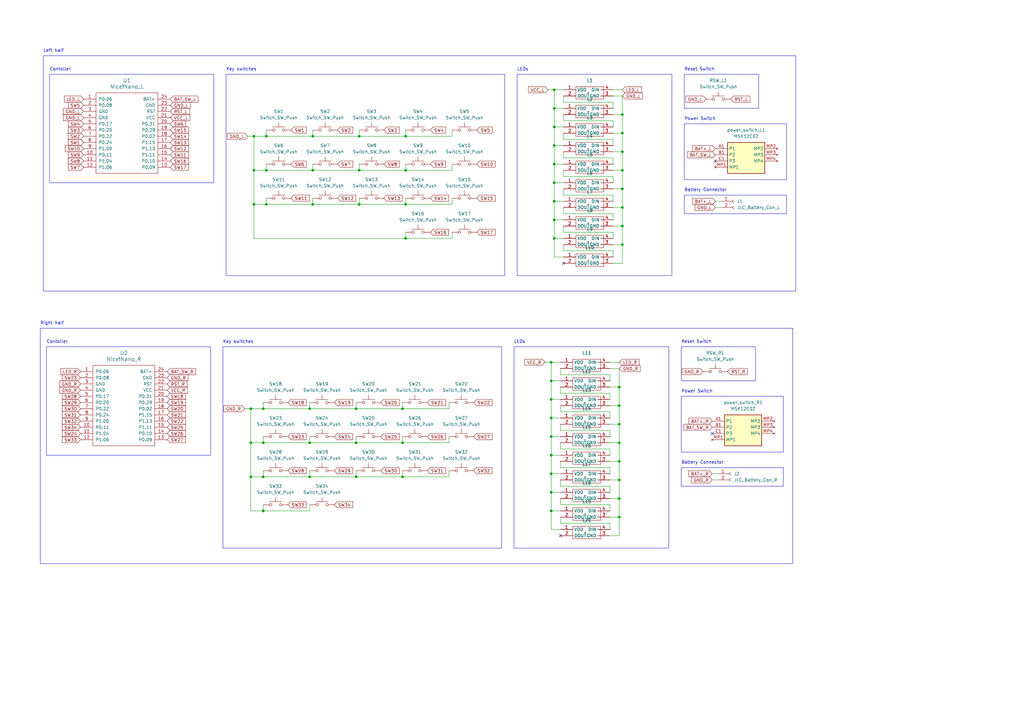
<source format=kicad_sch>
(kicad_sch (version 20230121) (generator eeschema)
  (paper "A3")
  (junction (at 127 195.58))
  (junction (at 166.37 83.82))
  (junction (at 226.06 209.55))
  (junction (at 226.06 156.21))
  (junction (at 226.06 179.07))
  (junction (at 128.27 69.85))
  (junction (at 165.1 167.64))
  (junction (at 226.06 186.69))
  (junction (at 226.06 201.93))
  (junction (at 254 173.99))
  (junction (at 254 204.47))
  (junction (at 227.33 97.79))
  (junction (at 226.06 163.83))
  (junction (at 166.37 69.85))
  (junction (at 109.22 69.85))
  (junction (at 255.27 54.61))
  (junction (at 107.95 209.55))
  (junction (at 104.14 55.88))
  (junction (at 227.33 44.45))
  (junction (at 255.27 46.99))
  (junction (at 254 196.85))
  (junction (at 146.05 167.64))
  (junction (at 254 212.09))
  (junction (at 128.27 55.88))
  (junction (at 165.1 195.58))
  (junction (at 255.27 62.23))
  (junction (at 226.06 148.59))
  (junction (at 147.32 55.88))
  (junction (at 227.33 74.93))
  (junction (at 147.32 83.82))
  (junction (at 255.27 92.71))
  (junction (at 255.27 100.33))
  (junction (at 166.37 97.79))
  (junction (at 227.33 52.07))
  (junction (at 166.37 55.88))
  (junction (at 109.22 83.82))
  (junction (at 107.95 181.61))
  (junction (at 109.22 55.88))
  (junction (at 227.33 36.83))
  (junction (at 227.33 67.31))
  (junction (at 254 158.75))
  (junction (at 146.05 195.58))
  (junction (at 147.32 69.85))
  (junction (at 104.14 83.82))
  (junction (at 165.1 181.61))
  (junction (at 255.27 77.47))
  (junction (at 102.87 195.58))
  (junction (at 107.95 167.64))
  (junction (at 255.27 85.09))
  (junction (at 254 181.61))
  (junction (at 107.95 195.58))
  (junction (at 127 181.61))
  (junction (at 254 166.37))
  (junction (at 226.06 194.31))
  (junction (at 226.06 171.45))
  (junction (at 102.87 181.61))
  (junction (at 146.05 181.61))
  (junction (at 227.33 59.69))
  (junction (at 102.87 167.64))
  (junction (at 227.33 90.17))
  (junction (at 128.27 83.82))
  (junction (at 254 189.23))
  (junction (at 255.27 69.85))
  (junction (at 127 167.64))
  (junction (at 227.33 82.55))
  (junction (at 104.14 69.85))
  (no_connect (at 293.37 66.04))
  (no_connect (at 229.87 219.71))
  (no_connect (at 231.14 107.95))
  (no_connect (at 292.1 177.8))
  (wire (pts (xy 251.46 54.61) (xy 255.27 54.61)))
  (wire (pts (xy 255.27 46.99) (xy 255.27 39.37)))
  (wire (pts (xy 255.27 39.37) (xy 251.46 39.37)))
  (wire (pts (xy 227.33 59.69) (xy 227.33 52.07)))
  (wire (pts (xy 229.87 173.99) (xy 229.87 176.53)))
  (wire (pts (xy 250.19 168.91) (xy 250.19 171.45)))
  (wire (pts (xy 185.42 95.25) (xy 185.42 97.79)))
  (wire (pts (xy 251.46 64.77) (xy 251.46 67.31)))
  (wire (pts (xy 250.19 158.75) (xy 254 158.75)))
  (wire (pts (xy 251.46 46.99) (xy 255.27 46.99)))
  (wire (pts (xy 107.95 181.61) (xy 127 181.61)))
  (wire (pts (xy 250.19 199.39) (xy 250.19 201.93)))
  (wire (pts (xy 231.14 67.31) (xy 227.33 67.31)))
  (wire (pts (xy 226.06 148.59) (xy 229.87 148.59)))
  (wire (pts (xy 102.87 167.64) (xy 107.95 167.64)))
  (wire (pts (xy 166.37 53.34) (xy 166.37 55.88)))
  (wire (pts (xy 226.06 186.69) (xy 226.06 179.07)))
  (wire (pts (xy 223.52 148.59) (xy 226.06 148.59)))
  (wire (pts (xy 166.37 83.82) (xy 185.42 83.82)))
  (wire (pts (xy 231.14 62.23) (xy 231.14 64.77)))
  (wire (pts (xy 104.14 69.85) (xy 109.22 69.85)))
  (wire (pts (xy 250.19 207.01) (xy 250.19 209.55)))
  (wire (pts (xy 250.19 204.47) (xy 254 204.47)))
  (wire (pts (xy 107.95 209.55) (xy 127 209.55)))
  (wire (pts (xy 102.87 181.61) (xy 107.95 181.61)))
  (wire (pts (xy 147.32 55.88) (xy 166.37 55.88)))
  (wire (pts (xy 255.27 54.61) (xy 255.27 46.99)))
  (wire (pts (xy 226.06 209.55) (xy 226.06 201.93)))
  (wire (pts (xy 231.14 92.71) (xy 231.14 95.25)))
  (wire (pts (xy 102.87 167.64) (xy 102.87 181.61)))
  (wire (pts (xy 127 181.61) (xy 146.05 181.61)))
  (wire (pts (xy 109.22 55.88) (xy 128.27 55.88)))
  (wire (pts (xy 227.33 36.83) (xy 231.14 36.83)))
  (wire (pts (xy 101.6 55.88) (xy 104.14 55.88)))
  (wire (pts (xy 147.32 81.28) (xy 147.32 83.82)))
  (wire (pts (xy 229.87 156.21) (xy 226.06 156.21)))
  (wire (pts (xy 251.46 85.09) (xy 255.27 85.09)))
  (wire (pts (xy 250.19 166.37) (xy 254 166.37)))
  (wire (pts (xy 109.22 53.34) (xy 109.22 55.88)))
  (wire (pts (xy 255.27 62.23) (xy 255.27 54.61)))
  (wire (pts (xy 229.87 151.13) (xy 229.87 153.67)))
  (wire (pts (xy 231.14 90.17) (xy 227.33 90.17)))
  (wire (pts (xy 107.95 167.64) (xy 127 167.64)))
  (wire (pts (xy 166.37 95.25) (xy 166.37 97.79)))
  (wire (pts (xy 128.27 53.34) (xy 128.27 55.88)))
  (wire (pts (xy 147.32 67.31) (xy 147.32 69.85)))
  (wire (pts (xy 184.15 193.04) (xy 184.15 195.58)))
  (wire (pts (xy 128.27 81.28) (xy 128.27 83.82)))
  (wire (pts (xy 127 167.64) (xy 146.05 167.64)))
  (wire (pts (xy 231.14 59.69) (xy 227.33 59.69)))
  (wire (pts (xy 251.46 107.95) (xy 255.27 107.95)))
  (wire (pts (xy 255.27 36.83) (xy 251.46 36.83)))
  (wire (pts (xy 147.32 69.85) (xy 166.37 69.85)))
  (wire (pts (xy 127 193.04) (xy 127 195.58)))
  (wire (pts (xy 231.14 102.87) (xy 251.46 102.87)))
  (wire (pts (xy 226.06 163.83) (xy 226.06 156.21)))
  (wire (pts (xy 231.14 52.07) (xy 227.33 52.07)))
  (wire (pts (xy 227.33 74.93) (xy 227.33 67.31)))
  (wire (pts (xy 251.46 100.33) (xy 255.27 100.33)))
  (wire (pts (xy 251.46 41.91) (xy 251.46 44.45)))
  (wire (pts (xy 185.42 53.34) (xy 185.42 55.88)))
  (wire (pts (xy 104.14 69.85) (xy 104.14 83.82)))
  (wire (pts (xy 231.14 105.41) (xy 227.33 105.41)))
  (wire (pts (xy 227.33 97.79) (xy 227.33 90.17)))
  (wire (pts (xy 128.27 83.82) (xy 147.32 83.82)))
  (wire (pts (xy 250.19 161.29) (xy 250.19 163.83)))
  (wire (pts (xy 166.37 97.79) (xy 185.42 97.79)))
  (wire (pts (xy 251.46 69.85) (xy 255.27 69.85)))
  (wire (pts (xy 229.87 179.07) (xy 226.06 179.07)))
  (wire (pts (xy 251.46 77.47) (xy 255.27 77.47)))
  (wire (pts (xy 255.27 100.33) (xy 255.27 92.71)))
  (wire (pts (xy 231.14 44.45) (xy 227.33 44.45)))
  (wire (pts (xy 229.87 209.55) (xy 226.06 209.55)))
  (wire (pts (xy 231.14 74.93) (xy 227.33 74.93)))
  (wire (pts (xy 146.05 195.58) (xy 165.1 195.58)))
  (wire (pts (xy 227.33 44.45) (xy 227.33 36.83)))
  (wire (pts (xy 166.37 67.31) (xy 166.37 69.85)))
  (wire (pts (xy 254 148.59) (xy 250.19 148.59)))
  (wire (pts (xy 165.1 195.58) (xy 184.15 195.58)))
  (wire (pts (xy 254 219.71) (xy 254 212.09)))
  (wire (pts (xy 231.14 72.39) (xy 251.46 72.39)))
  (wire (pts (xy 250.19 176.53) (xy 250.19 179.07)))
  (wire (pts (xy 229.87 217.17) (xy 226.06 217.17)))
  (wire (pts (xy 100.33 167.64) (xy 102.87 167.64)))
  (wire (pts (xy 229.87 201.93) (xy 226.06 201.93)))
  (wire (pts (xy 185.42 67.31) (xy 185.42 69.85)))
  (wire (pts (xy 229.87 186.69) (xy 226.06 186.69)))
  (wire (pts (xy 254 166.37) (xy 254 158.75)))
  (wire (pts (xy 146.05 179.07) (xy 146.05 181.61)))
  (wire (pts (xy 231.14 77.47) (xy 231.14 80.01)))
  (wire (pts (xy 250.19 181.61) (xy 254 181.61)))
  (wire (pts (xy 229.87 194.31) (xy 226.06 194.31)))
  (wire (pts (xy 226.06 194.31) (xy 226.06 186.69)))
  (wire (pts (xy 250.19 219.71) (xy 254 219.71)))
  (wire (pts (xy 231.14 87.63) (xy 251.46 87.63)))
  (wire (pts (xy 254 173.99) (xy 254 166.37)))
  (wire (pts (xy 165.1 165.1) (xy 165.1 167.64)))
  (wire (pts (xy 166.37 55.88) (xy 185.42 55.88)))
  (wire (pts (xy 102.87 195.58) (xy 102.87 209.55)))
  (wire (pts (xy 229.87 163.83) (xy 226.06 163.83)))
  (wire (pts (xy 165.1 193.04) (xy 165.1 195.58)))
  (wire (pts (xy 102.87 181.61) (xy 102.87 195.58)))
  (wire (pts (xy 250.19 212.09) (xy 254 212.09)))
  (wire (pts (xy 231.14 54.61) (xy 231.14 57.15)))
  (wire (pts (xy 109.22 81.28) (xy 109.22 83.82)))
  (wire (pts (xy 104.14 83.82) (xy 109.22 83.82)))
  (wire (pts (xy 146.05 167.64) (xy 165.1 167.64)))
  (wire (pts (xy 109.22 67.31) (xy 109.22 69.85)))
  (wire (pts (xy 229.87 189.23) (xy 229.87 191.77)))
  (wire (pts (xy 226.06 201.93) (xy 226.06 194.31)))
  (wire (pts (xy 107.95 195.58) (xy 127 195.58)))
  (wire (pts (xy 251.46 92.71) (xy 255.27 92.71)))
  (wire (pts (xy 229.87 214.63) (xy 250.19 214.63)))
  (wire (pts (xy 251.46 87.63) (xy 251.46 90.17)))
  (wire (pts (xy 251.46 49.53) (xy 251.46 52.07)))
  (wire (pts (xy 251.46 57.15) (xy 251.46 59.69)))
  (wire (pts (xy 104.14 97.79) (xy 166.37 97.79)))
  (wire (pts (xy 146.05 193.04) (xy 146.05 195.58)))
  (wire (pts (xy 227.33 105.41) (xy 227.33 97.79)))
  (wire (pts (xy 254 158.75) (xy 254 151.13)))
  (wire (pts (xy 255.27 92.71) (xy 255.27 85.09)))
  (wire (pts (xy 107.95 179.07) (xy 107.95 181.61)))
  (wire (pts (xy 255.27 77.47) (xy 255.27 69.85)))
  (wire (pts (xy 229.87 204.47) (xy 229.87 207.01)))
  (wire (pts (xy 231.14 46.99) (xy 231.14 49.53)))
  (wire (pts (xy 165.1 181.61) (xy 184.15 181.61)))
  (wire (pts (xy 229.87 153.67) (xy 250.19 153.67)))
  (wire (pts (xy 229.87 184.15) (xy 250.19 184.15)))
  (wire (pts (xy 109.22 83.82) (xy 128.27 83.82)))
  (wire (pts (xy 250.19 173.99) (xy 254 173.99)))
  (wire (pts (xy 255.27 85.09) (xy 255.27 77.47)))
  (wire (pts (xy 292.1 194.31) (xy 294.64 194.31)))
  (wire (pts (xy 107.95 207.01) (xy 107.95 209.55)))
  (wire (pts (xy 226.06 179.07) (xy 226.06 171.45)))
  (wire (pts (xy 128.27 67.31) (xy 128.27 69.85)))
  (wire (pts (xy 109.22 69.85) (xy 128.27 69.85)))
  (wire (pts (xy 229.87 212.09) (xy 229.87 214.63)))
  (wire (pts (xy 147.32 83.82) (xy 166.37 83.82)))
  (wire (pts (xy 251.46 72.39) (xy 251.46 74.93)))
  (wire (pts (xy 231.14 39.37) (xy 231.14 41.91)))
  (wire (pts (xy 250.19 189.23) (xy 254 189.23)))
  (wire (pts (xy 147.32 53.34) (xy 147.32 55.88)))
  (wire (pts (xy 184.15 179.07) (xy 184.15 181.61)))
  (wire (pts (xy 165.1 179.07) (xy 165.1 181.61)))
  (wire (pts (xy 231.14 95.25) (xy 251.46 95.25)))
  (wire (pts (xy 229.87 171.45) (xy 226.06 171.45)))
  (wire (pts (xy 146.05 165.1) (xy 146.05 167.64)))
  (wire (pts (xy 229.87 191.77) (xy 250.19 191.77)))
  (wire (pts (xy 231.14 41.91) (xy 251.46 41.91)))
  (wire (pts (xy 227.33 90.17) (xy 227.33 82.55)))
  (wire (pts (xy 107.95 193.04) (xy 107.95 195.58)))
  (wire (pts (xy 102.87 209.55) (xy 107.95 209.55)))
  (wire (pts (xy 231.14 69.85) (xy 231.14 72.39)))
  (wire (pts (xy 184.15 165.1) (xy 184.15 167.64)))
  (wire (pts (xy 128.27 69.85) (xy 147.32 69.85)))
  (wire (pts (xy 254 181.61) (xy 254 173.99)))
  (wire (pts (xy 254 196.85) (xy 254 189.23)))
  (wire (pts (xy 229.87 196.85) (xy 229.87 199.39)))
  (wire (pts (xy 293.37 85.09) (xy 295.91 85.09)))
  (wire (pts (xy 104.14 55.88) (xy 104.14 69.85)))
  (wire (pts (xy 146.05 181.61) (xy 165.1 181.61)))
  (wire (pts (xy 254 151.13) (xy 250.19 151.13)))
  (wire (pts (xy 226.06 217.17) (xy 226.06 209.55)))
  (wire (pts (xy 231.14 64.77) (xy 251.46 64.77)))
  (wire (pts (xy 227.33 82.55) (xy 227.33 74.93)))
  (wire (pts (xy 229.87 176.53) (xy 250.19 176.53)))
  (wire (pts (xy 104.14 55.88) (xy 109.22 55.88)))
  (wire (pts (xy 254 189.23) (xy 254 181.61)))
  (wire (pts (xy 231.14 82.55) (xy 227.33 82.55)))
  (wire (pts (xy 231.14 57.15) (xy 251.46 57.15)))
  (wire (pts (xy 227.33 67.31) (xy 227.33 59.69)))
  (wire (pts (xy 231.14 85.09) (xy 231.14 87.63)))
  (wire (pts (xy 127 179.07) (xy 127 181.61)))
  (wire (pts (xy 250.19 191.77) (xy 250.19 194.31)))
  (wire (pts (xy 255.27 107.95) (xy 255.27 100.33)))
  (wire (pts (xy 229.87 166.37) (xy 229.87 168.91)))
  (wire (pts (xy 254 212.09) (xy 254 204.47)))
  (wire (pts (xy 166.37 81.28) (xy 166.37 83.82)))
  (wire (pts (xy 292.1 196.85) (xy 294.64 196.85)))
  (wire (pts (xy 231.14 97.79) (xy 227.33 97.79)))
  (wire (pts (xy 127 207.01) (xy 127 209.55)))
  (wire (pts (xy 227.33 52.07) (xy 227.33 44.45)))
  (wire (pts (xy 250.19 153.67) (xy 250.19 156.21)))
  (wire (pts (xy 229.87 168.91) (xy 250.19 168.91)))
  (wire (pts (xy 165.1 167.64) (xy 184.15 167.64)))
  (wire (pts (xy 166.37 69.85) (xy 185.42 69.85)))
  (wire (pts (xy 185.42 81.28) (xy 185.42 83.82)))
  (wire (pts (xy 231.14 100.33) (xy 231.14 102.87)))
  (wire (pts (xy 104.14 83.82) (xy 104.14 97.79)))
  (wire (pts (xy 293.37 82.55) (xy 295.91 82.55)))
  (wire (pts (xy 226.06 156.21) (xy 226.06 148.59)))
  (wire (pts (xy 229.87 207.01) (xy 250.19 207.01)))
  (wire (pts (xy 128.27 55.88) (xy 147.32 55.88)))
  (wire (pts (xy 250.19 184.15) (xy 250.19 186.69)))
  (wire (pts (xy 226.06 171.45) (xy 226.06 163.83)))
  (wire (pts (xy 229.87 199.39) (xy 250.19 199.39)))
  (wire (pts (xy 229.87 158.75) (xy 229.87 161.29)))
  (wire (pts (xy 231.14 80.01) (xy 251.46 80.01)))
  (wire (pts (xy 251.46 62.23) (xy 255.27 62.23)))
  (wire (pts (xy 107.95 165.1) (xy 107.95 167.64)))
  (wire (pts (xy 231.14 49.53) (xy 251.46 49.53)))
  (wire (pts (xy 224.79 36.83) (xy 227.33 36.83)))
  (wire (pts (xy 254 204.47) (xy 254 196.85)))
  (wire (pts (xy 102.87 195.58) (xy 107.95 195.58)))
  (wire (pts (xy 251.46 102.87) (xy 251.46 105.41)))
  (wire (pts (xy 251.46 95.25) (xy 251.46 97.79)))
  (wire (pts (xy 229.87 161.29) (xy 250.19 161.29)))
  (wire (pts (xy 255.27 69.85) (xy 255.27 62.23)))
  (wire (pts (xy 250.19 196.85) (xy 254 196.85)))
  (wire (pts (xy 229.87 181.61) (xy 229.87 184.15)))
  (wire (pts (xy 127 195.58) (xy 146.05 195.58)))
  (wire (pts (xy 127 165.1) (xy 127 167.64)))
  (wire (pts (xy 250.19 214.63) (xy 250.19 217.17)))
  (wire (pts (xy 251.46 80.01) (xy 251.46 82.55)))
  (rectangle (start 279.4 142.24) (end 309.88 156.21))
  (rectangle (start 20.32 30.48) (end 87.63 74.93))
  (rectangle (start 19.05 142.24) (end 86.36 186.69))
  (rectangle (start 17.78 22.86) (end 326.39 119.38))
  (rectangle (start 280.67 80.01) (end 322.58 87.63))
  (rectangle (start 279.4 191.77) (end 321.31 199.39))
  (rectangle (start 91.44 142.24) (end 205.74 224.79))
  (rectangle (start 16.51 134.62) (end 325.12 231.14))
  (rectangle (start 210.82 142.24) (end 274.32 224.79))
  (rectangle (start 279.4 162.56) (end 321.31 185.42))
  (rectangle (start 280.67 50.8) (end 322.58 73.66))
  (rectangle (start 212.09 30.48) (end 275.59 113.03))
  (rectangle (start 280.67 30.48) (end 311.15 44.45))
  (rectangle (start 92.71 30.48) (end 207.01 113.03))
  (text "Contoller" (at 19.05 140.97 0) (effects (font (size 1.27 1.27)) (justify left bottom)))
  (text "Key switches" (at 92.71 29.21 0) (effects (font (size 1.27 1.27)) (justify left bottom)))
  (text "Reset Switch" (at 280.67 29.21 0) (effects (font (size 1.27 1.27)) (justify left bottom)))
  (text "Key switches" (at 91.44 140.97 0) (effects (font (size 1.27 1.27)) (justify left bottom)))
  (text "Power Switch" (at 280.67 49.53 0) (effects (font (size 1.27 1.27)) (justify left bottom)))
  (text "Reset Switch" (at 279.4 140.97 0) (effects (font (size 1.27 1.27)) (justify left bottom)))
  (text "LEDs" (at 210.82 140.97 0) (effects (font (size 1.27 1.27)) (justify left bottom)))
  (text "LEDs" (at 212.09 29.21 0) (effects (font (size 1.27 1.27)) (justify left bottom)))
  (text "Left half" (at 17.78 21.59 0) (effects (font (size 1.27 1.27)) (justify left bottom)))
  (text "Contoller" (at 20.32 29.21 0) (effects (font (size 1.27 1.27)) (justify left bottom)))
  (text "Battery Connector" (at 279.4 190.5 0) (effects (font (size 1.27 1.27)) (justify left bottom)))
  (text "Power Switch" (at 279.4 161.29 0) (effects (font (size 1.27 1.27)) (justify left bottom)))
  (text "Right half" (at 16.51 133.35 0) (effects (font (size 1.27 1.27)) (justify left bottom)))
  (text "Battery Connector" (at 280.67 78.74 0) (effects (font (size 1.27 1.27)) (justify left bottom)))
  (global_label "SW13" (shape input) (at 157.48 81.28 0) (property "Intersheetrefs" "${INTERSHEET_REFS}" (effects hide)))
  (global_label "SW19" (shape input) (at 68.58 165.1 0) (property "Intersheetrefs" "${INTERSHEET_REFS}" (effects hide)))
  (global_label "LED_R" (shape input) (at 254 148.59 0) (property "Intersheetrefs" "${INTERSHEET_REFS}" (effects hide)))
  (global_label "SW9" (shape input) (at 34.29 63.5 180) (property "Intersheetrefs" "${INTERSHEET_REFS}" (effects hide)))
  (global_label "SW28" (shape input) (at 118.11 193.04 0) (property "Intersheetrefs" "${INTERSHEET_REFS}" (effects hide)))
  (global_label "SW33" (shape input) (at 33.02 180.34 180) (property "Intersheetrefs" "${INTERSHEET_REFS}" (effects hide)))
  (global_label "SW8" (shape input) (at 34.29 66.04 180) (property "Intersheetrefs" "${INTERSHEET_REFS}" (effects hide)))
  (global_label "SW1" (shape input) (at 119.38 53.34 0) (property "Intersheetrefs" "${INTERSHEET_REFS}" (effects hide)))
  (global_label "SW21" (shape input) (at 68.58 170.18 0) (property "Intersheetrefs" "${INTERSHEET_REFS}" (effects hide)))
  (global_label "SW21" (shape input) (at 175.26 165.1 0) (property "Intersheetrefs" "${INTERSHEET_REFS}" (effects hide)))
  (global_label "SW25" (shape input) (at 68.58 175.26 0) (property "Intersheetrefs" "${INTERSHEET_REFS}" (effects hide)))
  (global_label "SW11" (shape input) (at 69.85 63.5 0) (property "Intersheetrefs" "${INTERSHEET_REFS}" (effects hide)))
  (global_label "SW24" (shape input) (at 33.02 177.8 180) (property "Intersheetrefs" "${INTERSHEET_REFS}" (effects hide)))
  (global_label "SW5" (shape input) (at 34.29 43.18 180) (property "Intersheetrefs" "${INTERSHEET_REFS}" (effects hide)))
  (global_label "SW17" (shape input) (at 195.58 95.25 0) (property "Intersheetrefs" "${INTERSHEET_REFS}" (effects hide)))
  (global_label "SW1" (shape input) (at 34.29 58.42 180) (property "Intersheetrefs" "${INTERSHEET_REFS}" (effects hide)))
  (global_label "SW3" (shape input) (at 157.48 53.34 0) (property "Intersheetrefs" "${INTERSHEET_REFS}" (effects hide)))
  (global_label "SW34" (shape input) (at 33.02 175.26 180) (property "Intersheetrefs" "${INTERSHEET_REFS}" (effects hide)))
  (global_label "SW34" (shape input) (at 137.16 207.01 0) (property "Intersheetrefs" "${INTERSHEET_REFS}" (effects hide)))
  (global_label "SW29" (shape input) (at 33.02 165.1 180) (property "Intersheetrefs" "${INTERSHEET_REFS}" (effects hide)))
  (global_label "SW10" (shape input) (at 34.29 60.96 180) (property "Intersheetrefs" "${INTERSHEET_REFS}" (effects hide)))
  (global_label "VCC_R" (shape input) (at 223.52 148.59 180) (property "Intersheetrefs" "${INTERSHEET_REFS}" (effects hide)))
  (global_label "SW30" (shape input) (at 156.21 193.04 0) (property "Intersheetrefs" "${INTERSHEET_REFS}" (effects hide)))
  (global_label "SW31" (shape input) (at 33.02 170.18 180) (property "Intersheetrefs" "${INTERSHEET_REFS}" (effects hide)))
  (global_label "SW26" (shape input) (at 175.26 179.07 0) (property "Intersheetrefs" "${INTERSHEET_REFS}" (effects hide)))
  (global_label "GND_L" (shape input) (at 101.6 55.88 180) (property "Intersheetrefs" "${INTERSHEET_REFS}" (effects hide)))
  (global_label "SW30" (shape input) (at 33.02 167.64 180) (property "Intersheetrefs" "${INTERSHEET_REFS}" (effects hide)))
  (global_label "SW15" (shape input) (at 195.58 81.28 0) (property "Intersheetrefs" "${INTERSHEET_REFS}" (effects hide)))
  (global_label "BAT_SW_L" (shape input) (at 293.37 63.5 180) (property "Intersheetrefs" "${INTERSHEET_REFS}" (effects hide)))
  (global_label "SW19" (shape input) (at 137.16 165.1 0) (property "Intersheetrefs" "${INTERSHEET_REFS}" (effects hide)))
  (global_label "SW23" (shape input) (at 33.02 154.94 180) (property "Intersheetrefs" "${INTERSHEET_REFS}" (effects hide)))
  (global_label "GND_L" (shape input) (at 255.27 39.37 0) (property "Intersheetrefs" "${INTERSHEET_REFS}" (effects hide)))
  (global_label "SW4" (shape input) (at 34.29 50.8 180) (property "Intersheetrefs" "${INTERSHEET_REFS}" (effects hide)))
  (global_label "SW24" (shape input) (at 137.16 179.07 0) (property "Intersheetrefs" "${INTERSHEET_REFS}" (effects hide)))
  (global_label "SW32" (shape input) (at 33.02 172.72 180) (property "Intersheetrefs" "${INTERSHEET_REFS}" (effects hide)))
  (global_label "GND_R" (shape input) (at 33.02 157.48 180) (property "Intersheetrefs" "${INTERSHEET_REFS}" (effects hide)))
  (global_label "SW11" (shape input) (at 119.38 81.28 0) (property "Intersheetrefs" "${INTERSHEET_REFS}" (effects hide)))
  (global_label "GND_R" (shape input) (at 288.29 152.4 180) (property "Intersheetrefs" "${INTERSHEET_REFS}" (effects hide)))
  (global_label "SW13" (shape input) (at 69.85 58.42 0) (property "Intersheetrefs" "${INTERSHEET_REFS}" (effects hide)))
  (global_label "BAT_SW_L" (shape input) (at 69.85 40.64 0) (property "Intersheetrefs" "${INTERSHEET_REFS}" (effects hide)))
  (global_label "SW3" (shape input) (at 34.29 53.34 180) (property "Intersheetrefs" "${INTERSHEET_REFS}" (effects hide)))
  (global_label "RST_R" (shape input) (at 298.45 152.4 0) (property "Intersheetrefs" "${INTERSHEET_REFS}" (effects hide)))
  (global_label "BAT+_L" (shape input) (at 293.37 60.96 180) (property "Intersheetrefs" "${INTERSHEET_REFS}" (effects hide)))
  (global_label "RST_R" (shape input) (at 68.58 157.48 0) (property "Intersheetrefs" "${INTERSHEET_REFS}" (effects hide)))
  (global_label "BAT_SW_R" (shape input) (at 292.1 175.26 180) (property "Intersheetrefs" "${INTERSHEET_REFS}" (effects hide)))
  (global_label "RST_L" (shape input) (at 69.85 45.72 0) (property "Intersheetrefs" "${INTERSHEET_REFS}" (effects hide)))
  (global_label "GND_R" (shape input) (at 33.02 160.02 180) (property "Intersheetrefs" "${INTERSHEET_REFS}" (effects hide)))
  (global_label "SW12" (shape input) (at 69.85 60.96 0) (property "Intersheetrefs" "${INTERSHEET_REFS}" (effects hide)))
  (global_label "GND_R" (shape input) (at 292.1 196.85 180) (property "Intersheetrefs" "${INTERSHEET_REFS}" (effects hide)))
  (global_label "GND_R" (shape input) (at 254 151.13 0) (property "Intersheetrefs" "${INTERSHEET_REFS}" (effects hide)))
  (global_label "LED_R" (shape input) (at 33.02 152.4 180) (property "Intersheetrefs" "${INTERSHEET_REFS}" (effects hide)))
  (global_label "SW2" (shape input) (at 34.29 55.88 180) (property "Intersheetrefs" "${INTERSHEET_REFS}" (effects hide)))
  (global_label "SW7" (shape input) (at 138.43 67.31 0) (property "Intersheetrefs" "${INTERSHEET_REFS}" (effects hide)))
  (global_label "SW26" (shape input) (at 68.58 177.8 0) (property "Intersheetrefs" "${INTERSHEET_REFS}" (effects hide)))
  (global_label "BAT_SW_R" (shape input) (at 68.58 152.4 0) (property "Intersheetrefs" "${INTERSHEET_REFS}" (effects hide)))
  (global_label "SW31" (shape input) (at 175.26 193.04 0) (property "Intersheetrefs" "${INTERSHEET_REFS}" (effects hide)))
  (global_label "SW29" (shape input) (at 137.16 193.04 0) (property "Intersheetrefs" "${INTERSHEET_REFS}" (effects hide)))
  (global_label "SW6" (shape input) (at 69.85 50.8 0) (property "Intersheetrefs" "${INTERSHEET_REFS}" (effects hide)))
  (global_label "BAT+_L" (shape input) (at 293.37 82.55 180) (property "Intersheetrefs" "${INTERSHEET_REFS}" (effects hide)))
  (global_label "RST_L" (shape input) (at 299.72 40.64 0) (property "Intersheetrefs" "${INTERSHEET_REFS}" (effects hide)))
  (global_label "BAT+_R" (shape input) (at 292.1 172.72 180) (property "Intersheetrefs" "${INTERSHEET_REFS}" (effects hide)))
  (global_label "SW22" (shape input) (at 68.58 172.72 0) (property "Intersheetrefs" "${INTERSHEET_REFS}" (effects hide)))
  (global_label "SW20" (shape input) (at 156.21 165.1 0) (property "Intersheetrefs" "${INTERSHEET_REFS}" (effects hide)))
  (global_label "SW14" (shape input) (at 176.53 81.28 0) (property "Intersheetrefs" "${INTERSHEET_REFS}" (effects hide)))
  (global_label "SW27" (shape input) (at 68.58 180.34 0) (property "Intersheetrefs" "${INTERSHEET_REFS}" (effects hide)))
  (global_label "SW33" (shape input) (at 118.11 207.01 0) (property "Intersheetrefs" "${INTERSHEET_REFS}" (effects hide)))
  (global_label "SW27" (shape input) (at 194.31 179.07 0) (property "Intersheetrefs" "${INTERSHEET_REFS}" (effects hide)))
  (global_label "SW17" (shape input) (at 69.85 68.58 0) (property "Intersheetrefs" "${INTERSHEET_REFS}" (effects hide)))
  (global_label "GND_R" (shape input) (at 100.33 167.64 180) (property "Intersheetrefs" "${INTERSHEET_REFS}" (effects hide)))
  (global_label "SW18" (shape input) (at 118.11 165.1 0) (property "Intersheetrefs" "${INTERSHEET_REFS}" (effects hide)))
  (global_label "SW9" (shape input) (at 176.53 67.31 0) (property "Intersheetrefs" "${INTERSHEET_REFS}" (effects hide)))
  (global_label "SW22" (shape input) (at 194.31 165.1 0) (property "Intersheetrefs" "${INTERSHEET_REFS}" (effects hide)))
  (global_label "SW5" (shape input) (at 195.58 53.34 0) (property "Intersheetrefs" "${INTERSHEET_REFS}" (effects hide)))
  (global_label "LED_L" (shape input) (at 255.27 36.83 0) (property "Intersheetrefs" "${INTERSHEET_REFS}" (effects hide)))
  (global_label "SW15" (shape input) (at 69.85 53.34 0) (property "Intersheetrefs" "${INTERSHEET_REFS}" (effects hide)))
  (global_label "SW8" (shape input) (at 157.48 67.31 0) (property "Intersheetrefs" "${INTERSHEET_REFS}" (effects hide)))
  (global_label "GND_L" (shape input) (at 69.85 43.18 0) (property "Intersheetrefs" "${INTERSHEET_REFS}" (effects hide)))
  (global_label "SW14" (shape input) (at 69.85 55.88 0) (property "Intersheetrefs" "${INTERSHEET_REFS}" (effects hide)))
  (global_label "SW4" (shape input) (at 176.53 53.34 0) (property "Intersheetrefs" "${INTERSHEET_REFS}" (effects hide)))
  (global_label "SW16" (shape input) (at 69.85 66.04 0) (property "Intersheetrefs" "${INTERSHEET_REFS}" (effects hide)))
  (global_label "SW7" (shape input) (at 34.29 68.58 180) (property "Intersheetrefs" "${INTERSHEET_REFS}" (effects hide)))
  (global_label "VCC_L" (shape input) (at 69.85 48.26 0) (property "Intersheetrefs" "${INTERSHEET_REFS}" (effects hide)))
  (global_label "GND_L" (shape input) (at 34.29 45.72 180) (property "Intersheetrefs" "${INTERSHEET_REFS}" (effects hide)))
  (global_label "GND_L" (shape input) (at 289.56 40.64 180) (property "Intersheetrefs" "${INTERSHEET_REFS}" (effects hide)))
  (global_label "SW10" (shape input) (at 195.58 67.31 0) (property "Intersheetrefs" "${INTERSHEET_REFS}" (effects hide)))
  (global_label "SW25" (shape input) (at 156.21 179.07 0) (property "Intersheetrefs" "${INTERSHEET_REFS}" (effects hide)))
  (global_label "BAT+_R" (shape input) (at 292.1 194.31 180) (property "Intersheetrefs" "${INTERSHEET_REFS}" (effects hide)))
  (global_label "GND_R" (shape input) (at 68.58 154.94 0) (property "Intersheetrefs" "${INTERSHEET_REFS}" (effects hide)))
  (global_label "SW12" (shape input) (at 138.43 81.28 0) (property "Intersheetrefs" "${INTERSHEET_REFS}" (effects hide)))
  (global_label "SW2" (shape input) (at 138.43 53.34 0) (property "Intersheetrefs" "${INTERSHEET_REFS}" (effects hide)))
  (global_label "VCC_L" (shape input) (at 224.79 36.83 180) (property "Intersheetrefs" "${INTERSHEET_REFS}" (effects hide)))
  (global_label "GND_L" (shape input) (at 293.37 85.09 180) (property "Intersheetrefs" "${INTERSHEET_REFS}" (effects hide)))
  (global_label "SW23" (shape input) (at 118.11 179.07 0) (property "Intersheetrefs" "${INTERSHEET_REFS}" (effects hide)))
  (global_label "SW16" (shape input) (at 176.53 95.25 0) (property "Intersheetrefs" "${INTERSHEET_REFS}" (effects hide)))
  (global_label "SW6" (shape input) (at 119.38 67.31 0) (property "Intersheetrefs" "${INTERSHEET_REFS}" (effects hide)))
  (global_label "LED_L" (shape input) (at 34.29 40.64 180) (property "Intersheetrefs" "${INTERSHEET_REFS}" (effects hide)))
  (global_label "SW28" (shape input) (at 33.02 162.56 180) (property "Intersheetrefs" "${INTERSHEET_REFS}" (effects hide)))
  (global_label "SW32" (shape input) (at 194.31 193.04 0) (property "Intersheetrefs" "${INTERSHEET_REFS}" (effects hide)))
  (global_label "SW20" (shape input) (at 68.58 167.64 0) (property "Intersheetrefs" "${INTERSHEET_REFS}" (effects hide)))
  (global_label "SW18" (shape input) (at 68.58 162.56 0) (property "Intersheetrefs" "${INTERSHEET_REFS}" (effects hide)))
  (global_label "VCC_R" (shape input) (at 68.58 160.02 0) (property "Intersheetrefs" "${INTERSHEET_REFS}" (effects hide)))
  (global_label "GND_L" (shape input) (at 34.29 48.26 180) (property "Intersheetrefs" "${INTERSHEET_REFS}" (effects hide)))
  (symbol (lib_id "KoalaKeeb-cache:SK6812_MINI-E") (at 240.03 203.2 0) (unit 1)
    (property "Reference" "L18" (at 240.665 198.12 0))
    (property "Value" "~" (at 240.03 203.2 0))
    (property "Footprint" "KoalaKeeb:SK6812-MINI-E" (effects hide))
  )
  (symbol (lib_id "KoalaKeeb-cache:Nice!Nano") (at 52.07 59.69 0) (unit 1)
    (property "Reference" "U1" (at 52.07 33.02 0) (effects (font (size 1.524 1.524))))
    (property "Value" "Nice!Nano_L" (at 52.07 35.56 0) (effects (font (size 1.524 1.524))))
    (property "Footprint" "KoalaKeeb:nice!nano" (effects hide))
  )
  (symbol (lib_name "Switch_SW_Push_10") (lib_id "KoalaKeeb-cache:Switch_SW_Push") (at 133.35 81.28 0) (unit 1)
    (property "Reference" "SW12" (at 133.35 73.66 0))
    (property "Value" "Switch_SW_Push" (at 133.35 76.2 0))
    (property "Footprint" "KoalaKeeb:Kailh_socket_PG1350" (effects hide))
  )
  (symbol (lib_id "KoalaKeeb-cache:MSK12C02") (at 292.1 172.72 0) (unit 1)
    (property "Reference" "power_switch_R1" (at 304.8 165.1 0))
    (property "Value" "MSK12C02" (at 304.8 167.64 0))
    (property "Footprint" "KoalaKeeb:MSK12C02" (effects hide))
    (property "Datasheet" "https://shouhan.en.made-in-china.com/product/xsMEmqgOAXWB/China-Slide-Switch-Msk12c02-Slide-Switch-on-off-2-Position-1p2t-Spdt-Miniature-Horizontal-SMD-7p-Slide-Switch.html" (effects hide))
    (property "Height" "1.4" (effects hide))
    (property "Manufacturer_Name" "Shou Han" (effects hide))
    (property "Manufacturer_Part_Number" "MSK12C02" (effects hide))
  )
  (symbol (lib_name "Switch_SW_Push_22") (lib_id "KoalaKeeb-cache:Switch_SW_Push") (at 189.23 193.04 0) (unit 1)
    (property "Reference" "SW32" (at 189.23 185.42 0))
    (property "Value" "Switch_SW_Push" (at 189.23 187.96 0))
    (property "Footprint" "KoalaKeeb:Kailh_socket_PG1350" (effects hide))
  )
  (symbol (lib_id "KoalaKeeb-cache:SK6812_MINI-E") (at 240.03 157.48 0) (unit 1)
    (property "Reference" "L12" (at 240.665 152.4 0))
    (property "Value" "~" (at 240.03 157.48 0))
    (property "Footprint" "KoalaKeeb:SK6812-MINI-E" (effects hide))
  )
  (symbol (lib_id "KoalaKeeb-cache:SK6812_MINI-E") (at 241.3 106.68 0) (unit 1)
    (property "Reference" "L10" (at 241.935 101.6 0))
    (property "Value" "~" (at 241.3 106.68 0))
    (property "Footprint" "KoalaKeeb:SK6812-MINI-E" (effects hide))
  )
  (symbol (lib_name "Switch_SW_Push_13") (lib_id "KoalaKeeb-cache:Switch_SW_Push") (at 133.35 67.31 0) (unit 1)
    (property "Reference" "SW7" (at 133.35 59.69 0))
    (property "Value" "Switch_SW_Push" (at 133.35 62.23 0))
    (property "Footprint" "KoalaKeeb:Kailh_socket_PG1350" (effects hide))
  )
  (symbol (lib_id "KoalaKeeb-cache:SK6812_MINI-E") (at 240.03 218.44 0) (unit 1)
    (property "Reference" "L20" (at 240.665 213.36 0))
    (property "Value" "~" (at 240.03 218.44 0))
    (property "Footprint" "KoalaKeeb:SK6812-MINI-E" (effects hide))
  )
  (symbol (lib_name "Switch_SW_Push_11") (lib_id "KoalaKeeb-cache:Switch_SW_Push") (at 190.5 67.31 0) (unit 1)
    (property "Reference" "SW10" (at 190.5 59.69 0))
    (property "Value" "Switch_SW_Push" (at 190.5 62.23 0))
    (property "Footprint" "KoalaKeeb:Kailh_socket_PG1350" (effects hide))
  )
  (symbol (lib_name "Switch_SW_Push_23") (lib_id "KoalaKeeb-cache:Switch_SW_Push") (at 132.08 179.07 0) (unit 1)
    (property "Reference" "SW24" (at 132.08 171.45 0))
    (property "Value" "Switch_SW_Push" (at 132.08 173.99 0))
    (property "Footprint" "KoalaKeeb:Kailh_socket_PG1350" (effects hide))
  )
  (symbol (lib_name "Switch_SW_Push_12") (lib_id "KoalaKeeb-cache:Switch_SW_Push") (at 190.5 81.28 0) (unit 1)
    (property "Reference" "SW15" (at 190.5 73.66 0))
    (property "Value" "Switch_SW_Push" (at 190.5 76.2 0))
    (property "Footprint" "KoalaKeeb:Kailh_socket_PG1350" (effects hide))
  )
  (symbol (lib_id "KoalaKeeb-cache:SK6812_MINI-E") (at 241.3 83.82 0) (unit 1)
    (property "Reference" "L7" (at 241.935 78.74 0))
    (property "Value" "~" (at 241.3 83.82 0))
    (property "Footprint" "KoalaKeeb:SK6812-MINI-E" (effects hide))
  )
  (symbol (lib_name "Switch_SW_Push_6") (lib_id "KoalaKeeb-cache:Switch_SW_Push") (at 152.4 67.31 0) (unit 1)
    (property "Reference" "SW8" (at 152.4 59.69 0))
    (property "Value" "Switch_SW_Push" (at 152.4 62.23 0))
    (property "Footprint" "KoalaKeeb:Kailh_socket_PG1350" (effects hide))
  )
  (symbol (lib_id "KoalaKeeb-cache:SK6812_MINI-E") (at 240.03 172.72 0) (unit 1)
    (property "Reference" "L14" (at 240.665 167.64 0))
    (property "Value" "~" (at 240.03 172.72 0))
    (property "Footprint" "KoalaKeeb:SK6812-MINI-E" (effects hide))
  )
  (symbol (lib_name "Switch_SW_Push_21") (lib_id "KoalaKeeb-cache:Switch_SW_Push") (at 113.03 179.07 0) (unit 1)
    (property "Reference" "SW23" (at 113.03 171.45 0))
    (property "Value" "Switch_SW_Push" (at 113.03 173.99 0))
    (property "Footprint" "KoalaKeeb:Kailh_socket_PG1350" (effects hide))
  )
  (symbol (lib_name "Switch_SW_Push_7") (lib_id "KoalaKeeb-cache:Switch_SW_Push") (at 171.45 95.25 0) (unit 1)
    (property "Reference" "SW16" (at 171.45 87.63 0))
    (property "Value" "Switch_SW_Push" (at 171.45 90.17 0))
    (property "Footprint" "KoalaKeeb:Kailh_socket_PG1350" (effects hide))
  )
  (symbol (lib_name "Switch_SW_Push_20") (lib_id "KoalaKeeb-cache:Switch_SW_Push") (at 189.23 179.07 0) (unit 1)
    (property "Reference" "SW27" (at 189.23 171.45 0))
    (property "Value" "Switch_SW_Push" (at 189.23 173.99 0))
    (property "Footprint" "KoalaKeeb:Kailh_socket_PG1350" (effects hide))
  )
  (symbol (lib_id "KoalaKeeb-cache:SK6812_MINI-E") (at 240.03 165.1 0) (unit 1)
    (property "Reference" "L13" (at 240.665 160.02 0))
    (property "Value" "~" (at 240.03 165.1 0))
    (property "Footprint" "KoalaKeeb:SK6812-MINI-E" (effects hide))
  )
  (symbol (lib_name "Switch_SW_Push_8") (lib_id "KoalaKeeb-cache:Switch_SW_Push") (at 114.3 81.28 0) (unit 1)
    (property "Reference" "SW11" (at 114.3 73.66 0))
    (property "Value" "Switch_SW_Push" (at 114.3 76.2 0))
    (property "Footprint" "KoalaKeeb:Kailh_socket_PG1350" (effects hide))
  )
  (symbol (lib_id "KoalaKeeb-cache:SK6812_MINI-E") (at 241.3 60.96 0) (unit 1)
    (property "Reference" "L4" (at 241.935 55.88 0))
    (property "Value" "~" (at 241.3 60.96 0))
    (property "Footprint" "KoalaKeeb:SK6812-MINI-E" (effects hide))
  )
  (symbol (lib_name "Switch_SW_Push_19") (lib_id "KoalaKeeb-cache:Switch_SW_Push") (at 151.13 179.07 0) (unit 1)
    (property "Reference" "SW25" (at 151.13 171.45 0))
    (property "Value" "Switch_SW_Push" (at 151.13 173.99 0))
    (property "Footprint" "KoalaKeeb:Kailh_socket_PG1350" (effects hide))
  )
  (symbol (lib_name "Switch_SW_Push_9") (lib_id "KoalaKeeb-cache:Switch_SW_Push") (at 171.45 81.28 0) (unit 1)
    (property "Reference" "SW14" (at 171.45 73.66 0))
    (property "Value" "Switch_SW_Push" (at 171.45 76.2 0))
    (property "Footprint" "KoalaKeeb:Kailh_socket_PG1350" (effects hide))
  )
  (symbol (lib_id "KoalaKeeb-cache:SK6812_MINI-E") (at 240.03 180.34 0) (unit 1)
    (property "Reference" "L15" (at 240.665 175.26 0))
    (property "Value" "~" (at 240.03 180.34 0))
    (property "Footprint" "KoalaKeeb:SK6812-MINI-E" (effects hide))
  )
  (symbol (lib_name "Switch_SW_Push_32") (lib_id "KoalaKeeb-cache:Switch_SW_Push") (at 132.08 193.04 0) (unit 1)
    (property "Reference" "SW29" (at 132.08 185.42 0))
    (property "Value" "Switch_SW_Push" (at 132.08 187.96 0))
    (property "Footprint" "KoalaKeeb:Kailh_socket_PG1350" (effects hide))
  )
  (symbol (lib_id "KoalaKeeb-cache:SK6812_MINI-E") (at 240.03 149.86 0) (unit 1)
    (property "Reference" "L11" (at 240.665 144.78 0))
    (property "Value" "~" (at 240.03 149.86 0))
    (property "Footprint" "KoalaKeeb:SK6812-MINI-E" (effects hide))
  )
  (symbol (lib_id "KoalaKeeb-cache:SK6812_MINI-E") (at 240.03 187.96 0) (unit 1)
    (property "Reference" "L16" (at 240.665 182.88 0))
    (property "Value" "~" (at 240.03 187.96 0))
    (property "Footprint" "KoalaKeeb:SK6812-MINI-E" (effects hide))
  )
  (symbol (lib_id "KoalaKeeb-cache:Switch_SW_Push") (at 294.64 40.64 0) (unit 1)
    (property "Reference" "RSW_L1" (at 294.64 33.02 0))
    (property "Value" "Switch_SW_Push" (at 294.64 35.56 0))
    (property "Footprint" "KoalaKeeb:TS-1136-4.3" (effects hide))
  )
  (symbol (lib_id "Connector:Conn_01x02_Socket") (at 300.99 82.55 0) (unit 1)
    (property "Reference" "J1" (at 302.26 82.55 0) (effects (justify left)))
    (property "Value" "JLC_Battery_Con_L" (at 302.26 85.09 0) (effects (justify left)))
    (property "Footprint" "KoalaKeeb:JLC 2Pin" (effects hide))
  )
  (symbol (lib_id "Connector:Conn_01x02_Socket") (at 299.72 194.31 0) (unit 1)
    (property "Reference" "J2" (at 300.99 194.31 0) (effects (justify left)))
    (property "Value" "JLC_Battery_Con_R" (at 300.99 196.85 0) (effects (justify left)))
    (property "Footprint" "KoalaKeeb:JLC 2Pin" (effects hide))
  )
  (symbol (lib_name "Switch_SW_Push_5") (lib_id "KoalaKeeb-cache:Switch_SW_Push") (at 171.45 53.34 0) (unit 1)
    (property "Reference" "SW4" (at 171.45 45.72 0))
    (property "Value" "Switch_SW_Push" (at 171.45 48.26 0))
    (property "Footprint" "KoalaKeeb:Kailh_socket_PG1350" (effects hide))
  )
  (symbol (lib_id "KoalaKeeb-cache:SK6812_MINI-E") (at 241.3 38.1 0) (unit 1)
    (property "Reference" "L1" (at 241.935 33.02 0))
    (property "Value" "~" (at 241.3 38.1 0))
    (property "Footprint" "KoalaKeeb:SK6812-MINI-E" (effects hide))
  )
  (symbol (lib_name "Switch_SW_Push_31") (lib_id "KoalaKeeb-cache:Switch_SW_Push") (at 132.08 165.1 0) (unit 1)
    (property "Reference" "SW19" (at 132.08 157.48 0))
    (property "Value" "Switch_SW_Push" (at 132.08 160.02 0))
    (property "Footprint" "KoalaKeeb:Kailh_socket_PG1350" (effects hide))
  )
  (symbol (lib_name "Switch_SW_Push_16") (lib_id "KoalaKeeb-cache:Switch_SW_Push") (at 152.4 81.28 0) (unit 1)
    (property "Reference" "SW13" (at 152.4 73.66 0))
    (property "Value" "Switch_SW_Push" (at 152.4 76.2 0))
    (property "Footprint" "KoalaKeeb:Kailh_socket_PG1350" (effects hide))
  )
  (symbol (lib_name "Switch_SW_Push_17") (lib_id "KoalaKeeb-cache:Switch_SW_Push") (at 114.3 67.31 0) (unit 1)
    (property "Reference" "SW6" (at 114.3 59.69 0))
    (property "Value" "Switch_SW_Push" (at 114.3 62.23 0))
    (property "Footprint" "KoalaKeeb:Kailh_socket_PG1350" (effects hide))
  )
  (symbol (lib_name "Switch_SW_Push_33") (lib_id "KoalaKeeb-cache:Switch_SW_Push") (at 132.08 207.01 0) (unit 1)
    (property "Reference" "SW34" (at 132.08 199.39 0))
    (property "Value" "Switch_SW_Push" (at 132.08 201.93 0))
    (property "Footprint" "KoalaKeeb:Kailh_socket_PG1350" (effects hide))
  )
  (symbol (lib_id "KoalaKeeb-cache:SK6812_MINI-E") (at 241.3 68.58 0) (unit 1)
    (property "Reference" "L5" (at 241.935 63.5 0))
    (property "Value" "~" (at 241.3 68.58 0))
    (property "Footprint" "KoalaKeeb:SK6812-MINI-E" (effects hide))
  )
  (symbol (lib_name "Switch_SW_Push_34") (lib_id "KoalaKeeb-cache:Switch_SW_Push") (at 170.18 193.04 0) (unit 1)
    (property "Reference" "SW31" (at 170.18 185.42 0))
    (property "Value" "Switch_SW_Push" (at 170.18 187.96 0))
    (property "Footprint" "KoalaKeeb:Kailh_socket_PG1350" (effects hide))
  )
  (symbol (lib_id "KoalaKeeb-cache:SK6812_MINI-E") (at 241.3 53.34 0) (unit 1)
    (property "Reference" "L3" (at 241.935 48.26 0))
    (property "Value" "~" (at 241.3 53.34 0))
    (property "Footprint" "KoalaKeeb:SK6812-MINI-E" (effects hide))
  )
  (symbol (lib_name "Switch_SW_Push_15") (lib_id "KoalaKeeb-cache:Switch_SW_Push") (at 190.5 95.25 0) (unit 1)
    (property "Reference" "SW17" (at 190.5 87.63 0))
    (property "Value" "Switch_SW_Push" (at 190.5 90.17 0))
    (property "Footprint" "KoalaKeeb:Kailh_socket_PG1350" (effects hide))
  )
  (symbol (lib_id "KoalaKeeb-cache:Switch_SW_Push") (at 293.37 152.4 0) (unit 1)
    (property "Reference" "RSW_R1" (at 293.37 144.78 0))
    (property "Value" "Switch_SW_Push" (at 293.37 147.32 0))
    (property "Footprint" "KoalaKeeb:TS-1136-4.3" (effects hide))
  )
  (symbol (lib_name "Switch_SW_Push_26") (lib_id "KoalaKeeb-cache:Switch_SW_Push") (at 170.18 165.1 0) (unit 1)
    (property "Reference" "SW21" (at 170.18 157.48 0))
    (property "Value" "Switch_SW_Push" (at 170.18 160.02 0))
    (property "Footprint" "KoalaKeeb:Kailh_socket_PG1350" (effects hide))
  )
  (symbol (lib_id "KoalaKeeb-cache:MSK12C02") (at 293.37 60.96 0) (unit 1)
    (property "Reference" "power_switch_L1" (at 306.07 53.34 0))
    (property "Value" "MSK12C02" (at 306.07 55.88 0))
    (property "Footprint" "KoalaKeeb:MSK12C02" (effects hide))
    (property "Datasheet" "https://shouhan.en.made-in-china.com/product/xsMEmqgOAXWB/China-Slide-Switch-Msk12c02-Slide-Switch-on-off-2-Position-1p2t-Spdt-Miniature-Horizontal-SMD-7p-Slide-Switch.html" (effects hide))
    (property "Height" "1.4" (effects hide))
    (property "Manufacturer_Name" "Shou Han" (effects hide))
    (property "Manufacturer_Part_Number" "MSK12C02" (effects hide))
  )
  (symbol (lib_name "Switch_SW_Push_27") (lib_id "KoalaKeeb-cache:Switch_SW_Push") (at 113.03 193.04 0) (unit 1)
    (property "Reference" "SW28" (at 113.03 185.42 0))
    (property "Value" "Switch_SW_Push" (at 113.03 187.96 0))
    (property "Footprint" "KoalaKeeb:Kailh_socket_PG1350" (effects hide))
  )
  (symbol (lib_id "KoalaKeeb-cache:SK6812_MINI-E") (at 241.3 99.06 0) (unit 1)
    (property "Reference" "L9" (at 241.935 93.98 0))
    (property "Value" "~" (at 241.3 99.06 0))
    (property "Footprint" "KoalaKeeb:SK6812-MINI-E" (effects hide))
  )
  (symbol (lib_id "KoalaKeeb-cache:Nice!Nano") (at 50.8 171.45 0) (unit 1)
    (property "Reference" "U2" (at 50.8 144.78 0) (effects (font (size 1.524 1.524))))
    (property "Value" "Nice!Nano_R" (at 50.8 147.32 0) (effects (font (size 1.524 1.524))))
    (property "Footprint" "KoalaKeeb:nice!nano" (effects hide))
  )
  (symbol (lib_name "Switch_SW_Push_1") (lib_id "KoalaKeeb-cache:Switch_SW_Push") (at 190.5 53.34 0) (unit 1)
    (property "Reference" "SW5" (at 190.5 45.72 0))
    (property "Value" "Switch_SW_Push" (at 190.5 48.26 0))
    (property "Footprint" "KoalaKeeb:Kailh_socket_PG1350" (effects hide))
  )
  (symbol (lib_id "KoalaKeeb-cache:SK6812_MINI-E") (at 241.3 76.2 0) (unit 1)
    (property "Reference" "L6" (at 241.935 71.12 0))
    (property "Value" "~" (at 241.3 76.2 0))
    (property "Footprint" "KoalaKeeb:SK6812-MINI-E" (effects hide))
  )
  (symbol (lib_name "Switch_SW_Push_25") (lib_id "KoalaKeeb-cache:Switch_SW_Push") (at 151.13 193.04 0) (unit 1)
    (property "Reference" "SW30" (at 151.13 185.42 0))
    (property "Value" "Switch_SW_Push" (at 151.13 187.96 0))
    (property "Footprint" "KoalaKeeb:Kailh_socket_PG1350" (effects hide))
  )
  (symbol (lib_name "Switch_SW_Push_14") (lib_id "KoalaKeeb-cache:Switch_SW_Push") (at 171.45 67.31 0) (unit 1)
    (property "Reference" "SW9" (at 171.45 59.69 0))
    (property "Value" "Switch_SW_Push" (at 171.45 62.23 0))
    (property "Footprint" "KoalaKeeb:Kailh_socket_PG1350" (effects hide))
  )
  (symbol (lib_id "KoalaKeeb-cache:SK6812_MINI-E") (at 240.03 210.82 0) (unit 1)
    (property "Reference" "L19" (at 240.665 205.74 0))
    (property "Value" "~" (at 240.03 210.82 0))
    (property "Footprint" "KoalaKeeb:SK6812-MINI-E" (effects hide))
  )
  (symbol (lib_name "Switch_SW_Push_24") (lib_id "KoalaKeeb-cache:Switch_SW_Push") (at 113.03 207.01 0) (unit 1)
    (property "Reference" "SW33" (at 113.03 199.39 0))
    (property "Value" "Switch_SW_Push" (at 113.03 201.93 0))
    (property "Footprint" "KoalaKeeb:Kailh_socket_PG1350" (effects hide))
  )
  (symbol (lib_name "Switch_SW_Push_28") (lib_id "KoalaKeeb-cache:Switch_SW_Push") (at 113.03 165.1 0) (unit 1)
    (property "Reference" "SW18" (at 113.03 157.48 0))
    (property "Value" "Switch_SW_Push" (at 113.03 160.02 0))
    (property "Footprint" "KoalaKeeb:Kailh_socket_PG1350" (effects hide))
  )
  (symbol (lib_id "KoalaKeeb-cache:SK6812_MINI-E") (at 240.03 195.58 0) (unit 1)
    (property "Reference" "L17" (at 240.665 190.5 0))
    (property "Value" "~" (at 240.03 195.58 0))
    (property "Footprint" "KoalaKeeb:SK6812-MINI-E" (effects hide))
  )
  (symbol (lib_name "Switch_SW_Push_4") (lib_id "KoalaKeeb-cache:Switch_SW_Push") (at 152.4 53.34 0) (unit 1)
    (property "Reference" "SW3" (at 152.4 45.72 0))
    (property "Value" "Switch_SW_Push" (at 152.4 48.26 0))
    (property "Footprint" "KoalaKeeb:Kailh_socket_PG1350" (effects hide))
  )
  (symbol (lib_name "Switch_SW_Push_2") (lib_id "KoalaKeeb-cache:Switch_SW_Push") (at 114.3 53.34 0) (unit 1)
    (property "Reference" "SW1" (at 114.3 45.72 0))
    (property "Value" "Switch_SW_Push" (at 114.3 48.26 0))
    (property "Footprint" "KoalaKeeb:Kailh_socket_PG1350" (effects hide))
  )
  (symbol (lib_name "Switch_SW_Push_29") (lib_id "KoalaKeeb-cache:Switch_SW_Push") (at 189.23 165.1 0) (unit 1)
    (property "Reference" "SW22" (at 189.23 157.48 0))
    (property "Value" "Switch_SW_Push" (at 189.23 160.02 0))
    (property "Footprint" "KoalaKeeb:Kailh_socket_PG1350" (effects hide))
  )
  (symbol (lib_name "Switch_SW_Push_30") (lib_id "KoalaKeeb-cache:Switch_SW_Push") (at 170.18 179.07 0) (unit 1)
    (property "Reference" "SW26" (at 170.18 171.45 0))
    (property "Value" "Switch_SW_Push" (at 170.18 173.99 0))
    (property "Footprint" "KoalaKeeb:Kailh_socket_PG1350" (effects hide))
  )
  (symbol (lib_name "Switch_SW_Push_3") (lib_id "KoalaKeeb-cache:Switch_SW_Push") (at 133.35 53.34 0) (unit 1)
    (property "Reference" "SW2" (at 133.35 45.72 0))
    (property "Value" "Switch_SW_Push" (at 133.35 48.26 0))
    (property "Footprint" "KoalaKeeb:Kailh_socket_PG1350" (effects hide))
  )
  (symbol (lib_id "KoalaKeeb-cache:SK6812_MINI-E") (at 241.3 45.72 0) (unit 1)
    (property "Reference" "L2" (at 241.935 40.64 0))
    (property "Value" "~" (at 241.3 45.72 0))
    (property "Footprint" "KoalaKeeb:SK6812-MINI-E" (effects hide))
  )
  (symbol (lib_id "KoalaKeeb-cache:SK6812_MINI-E") (at 241.3 91.44 0) (unit 1)
    (property "Reference" "L8" (at 241.935 86.36 0))
    (property "Value" "~" (at 241.3 91.44 0))
    (property "Footprint" "KoalaKeeb:SK6812-MINI-E" (effects hide))
  )
  (symbol (lib_name "Switch_SW_Push_18") (lib_id "KoalaKeeb-cache:Switch_SW_Push") (at 151.13 165.1 0) (unit 1)
    (property "Reference" "SW20" (at 151.13 157.48 0))
    (property "Value" "Switch_SW_Push" (at 151.13 160.02 0))
    (property "Footprint" "KoalaKeeb:Kailh_socket_PG1350" (effects hide))
  )
)
</source>
